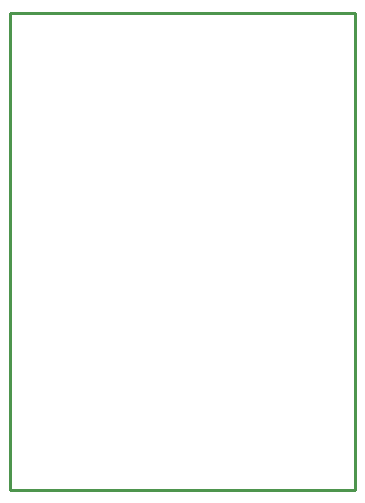
<source format=gbr>
G04 EAGLE Gerber RS-274X export*
G75*
%MOMM*%
%FSLAX34Y34*%
%LPD*%
%IN*%
%IPPOS*%
%AMOC8*
5,1,8,0,0,1.08239X$1,22.5*%
G01*
G04 Define Apertures*
%ADD10C,0.254000*%
D10*
X0Y0D02*
X291900Y0D01*
X291900Y403100D01*
X0Y403100D01*
X0Y0D01*
M02*

</source>
